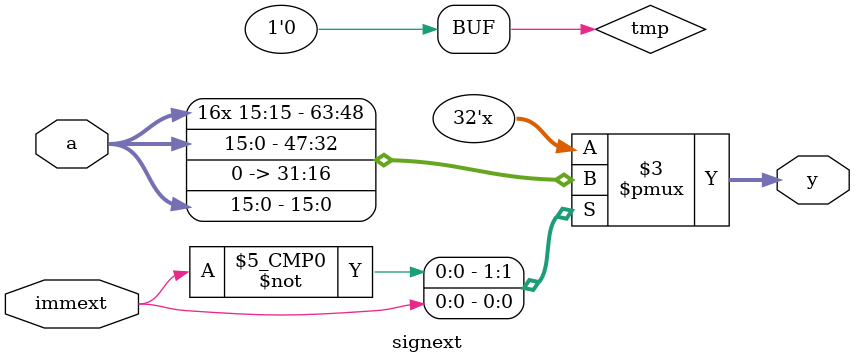
<source format=sv>
`timescale 1ns / 1ps


module signext(input  logic immext, 
               input  logic [15:0] a,
               output logic [31:0] y);//×éºÏÂß¼­µçÂ·
    logic tmp=0;
    always_comb
        case(immext)//
            1'b0: y <= {{16{a[15]}}, a};//0--·ûºÅÀ©Õ¹
            1'b1: y <= {{16{tmp}}, a};//1--0À©Õ¹
        endcase
endmodule

</source>
